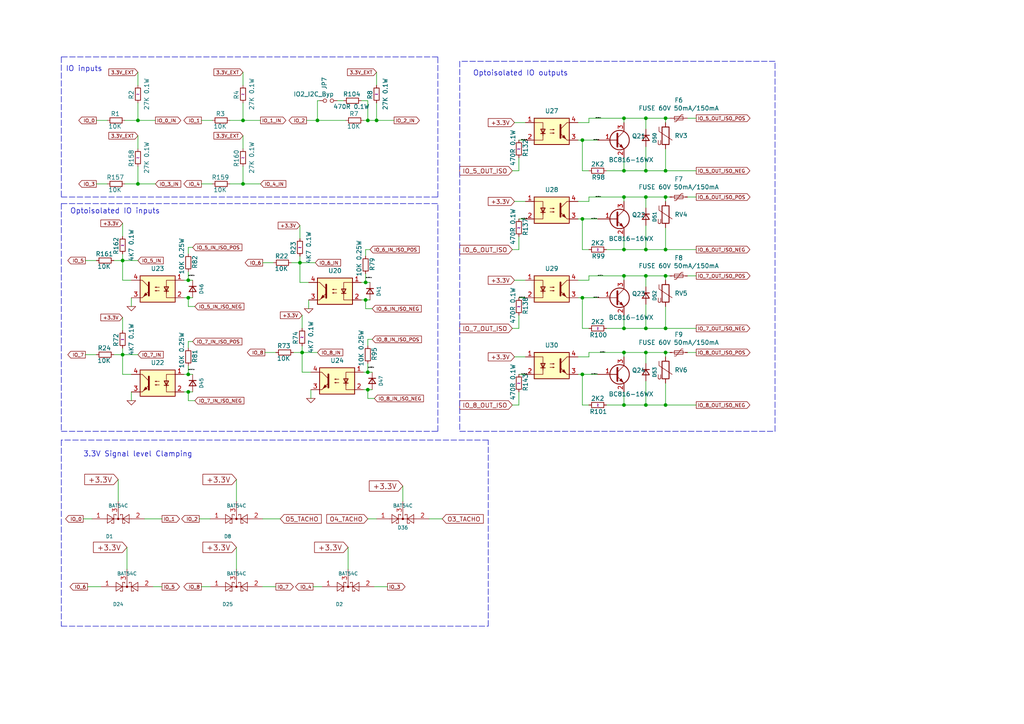
<source format=kicad_sch>
(kicad_sch (version 20211123) (generator eeschema)
  (paper "A4")
  (title_block (title "Duet 3 Main Board 6XD") (date "2023-02-22") (rev "1.01") (company "Duet3d") (comment 1 "(c) Duet3D"))
  (lib_symbols
    (symbol "Device:D_Small" (pin_numbers hide) (pin_names (offset 0.254) hide)
      (property "Reference" "D" (at -1.27 2.032 0))
      (property "Value" "D_Small" (at -3.81 -2.032 0))
      (symbol "D_Small_1_1"
        (pin passive line (at -2.54 0 0) (length 1.778) (name "K") (number "1"))
        (pin passive line (at 2.54 0 180) (length 1.778) (name "A") (number "2"))
      )
    )
    (symbol "Device:Jumper_NO_Small" (pin_numbers hide) (pin_names (offset 0.762) hide)
      (property "Reference" "JP" (at 0 2.032 0))
      (property "Value" "Device_Jumper_NO_Small" (at 0.254 -1.524 0))
      (symbol "Jumper_NO_Small_0_1"
        (pin passive line (at -2.54 0 0) (length 1.016) (name "1") (number "1"))
        (pin passive line (at 2.54 0 180) (length 1.016) (name "2") (number "2"))
      )
    )
    (symbol "Device:Polyfuse_Small" (pin_numbers hide) (pin_names (offset 0))
      (property "Reference" "F" (at -1.905 0 90))
      (property "Value" "Polyfuse_Small" (at 1.905 0 90))
      (symbol "Polyfuse_Small_1_1"
        (pin passive line (at 0 2.54 270) (length 0.635) (name "~") (number "1"))
        (pin passive line (at 0 -2.54 90) (length 0.635) (name "~") (number "2"))
      )
    )
    (symbol "Device:R_Small" (pin_numbers hide) (pin_names (offset 0.254) hide)
      (property "Reference" "R" (at 0.762 0.508 0))
      (property "Value" "R_Small" (at 0.762 -1.016 0))
      (symbol "R_Small_1_1"
        (pin passive line (at 0 2.54 270) (length 0.762) (name "~") (number "1"))
        (pin passive line (at 0 -2.54 90) (length 0.762) (name "~") (number "2"))
      )
    )
    (symbol "Device:Varistor" (pin_numbers hide) (pin_names (offset 0))
      (property "Reference" "RV" (at 3.175 0 90))
      (property "Value" "Varistor" (at -3.175 0 90))
      (symbol "Varistor_0_0"
        (text "U" (at -1.778 -2.032 0) (effects (font (size 1.27 1.27))))
      )
      (symbol "Varistor_1_1"
        (pin passive line (at 0 3.81 270) (length 1.27) (name "~") (number "1"))
        (pin passive line (at 0 -3.81 90) (length 1.27) (name "~") (number "2"))
      )
    )
    (symbol "Diode:BAT54C" (pin_names (offset 1.016))
      (property "Reference" "D" (at 0.635 -3.81 0))
      (property "Value" "BAT54C" (at -6.35 3.175 0))
      (symbol "BAT54C_1_1"
        (pin passive line (at -7.62 0 0) (length 3.81) (name "~") (number "1"))
        (pin passive line (at 7.62 0 180) (length 3.81) (name "~") (number "2"))
        (pin passive line (at 0 -5.08 90) (length 5.08) (name "~") (number "3"))
      )
    )
    (symbol "Duet3:GND" (power) (pin_numbers hide) (pin_names (offset 0) hide)
      (symbol "GND_1_1"
        (pin power_in line (at 0 0 90) (length 0) hide (name "GND") (number "1"))
      )
    )
    (symbol "GND_1" (power) (pin_numbers hide) (pin_names (offset 0) hide)
      (symbol "GND_1_1_1"
        (pin power_in line (at 0 0 90) (length 0) hide (name "GND") (number "1"))
      )
    )
    (symbol "GND_2" (power) (pin_numbers hide) (pin_names (offset 0) hide)
      (symbol "GND_2_1_1"
        (pin power_in line (at 0 0 90) (length 0) hide (name "GND") (number "1"))
      )
    )
    (symbol "GND_3" (power) (pin_numbers hide) (pin_names (offset 0) hide)
      (symbol "GND_3_1_1"
        (pin power_in line (at 0 0 90) (length 0) hide (name "GND") (number "1"))
      )
    )
    (symbol "Isolator:SFH617A-1" (pin_names (offset 1.016))
      (property "Reference" "U" (at -5.08 5.08 0))
      (property "Value" "SFH617A-1" (at 0 5.08 0))
      (symbol "SFH617A-1_1_1"
        (pin passive line (at -7.62 2.54 0) (length 2.54) (name "~") (number "1"))
        (pin passive line (at -7.62 -2.54 0) (length 2.54) (name "~") (number "2"))
        (pin passive line (at 7.62 -2.54 180) (length 2.54) (name "~") (number "3"))
        (pin passive line (at 7.62 2.54 180) (length 2.54) (name "~") (number "4"))
      )
    )
    (symbol "Transistor_BJT:BC847" (pin_names (offset 0) hide)
      (property "Reference" "Q" (at 5.08 1.905 0))
      (property "Value" "BC847" (at 5.08 0 0))
      (symbol "BC847_1_1"
        (pin input line (at -5.08 0 0) (length 5.715) (name "B") (number "1"))
        (pin passive line (at 2.54 -5.08 90) (length 2.54) (name "E") (number "2"))
        (pin passive line (at 2.54 5.08 270) (length 2.54) (name "C") (number "3"))
      )
    )
  )
  (junction (at 168.91 108.585))
  (junction (at 106.68 107.95))
  (junction (at 168.91 63.5))
  (junction (at 40.005 53.34))
  (junction (at 180.975 117.475))
  (junction (at 86.995 76.2))
  (junction (at 187.325 49.53))
  (junction (at 54.61 108.585))
  (junction (at 193.04 49.53))
  (junction (at 193.04 34.29))
  (junction (at 193.04 72.39))
  (junction (at 180.975 80.01))
  (junction (at 106.045 86.995))
  (junction (at 40.005 34.925))
  (junction (at 180.975 95.25))
  (junction (at 187.325 72.39))
  (junction (at 187.325 102.235))
  (junction (at 187.325 57.15))
  (junction (at 193.04 80.01))
  (junction (at 92.075 34.925))
  (junction (at 54.61 81.28))
  (junction (at 106.68 113.03))
  (junction (at 180.975 34.29))
  (junction (at 193.04 57.15))
  (junction (at 109.22 34.925))
  (junction (at 54.61 113.665))
  (junction (at 87.63 102.235))
  (junction (at 180.975 49.53))
  (junction (at 35.56 75.565))
  (junction (at 187.325 34.29))
  (junction (at 168.91 40.64))
  (junction (at 180.975 57.15))
  (junction (at 187.325 80.01))
  (junction (at 180.975 102.235))
  (junction (at 106.045 81.915))
  (junction (at 193.04 102.235))
  (junction (at 193.04 117.475))
  (junction (at 168.91 86.36))
  (junction (at 106.68 34.925))
  (junction (at 35.56 102.87))
  (junction (at 187.325 117.475))
  (junction (at 70.485 34.925))
  (junction (at 180.975 72.39))
  (junction (at 193.04 95.25))
  (junction (at 54.61 86.36))
  (junction (at 187.325 95.25))
  (junction (at 70.485 53.34))
  (wire (pts (xy 194.31 57.15) (xy 193.04 57.15)))
  (wire (pts (xy 106.68 98.425) (xy 106.68 100.33)))
  (wire (pts (xy 187.325 95.25) (xy 193.04 95.25)))
  (wire (pts (xy 187.325 37.465) (xy 187.325 34.29)))
  (wire (pts (xy 175.895 117.475) (xy 180.975 117.475)))
  (wire (pts (xy 106.045 79.375) (xy 106.045 81.915)))
  (wire (pts (xy 180.975 117.475) (xy 180.975 113.665)))
  (wire (pts (xy 187.325 102.235) (xy 180.975 102.235)))
  (wire (pts (xy 89.535 89.535) (xy 89.535 86.995)))
  (wire (pts (xy 36.83 158.75) (xy 36.83 165.1)))
  (wire (pts (xy 112.395 170.18) (xy 108.585 170.18)))
  (wire (pts (xy 40.005 34.925) (xy 45.085 34.925)))
  (wire (pts (xy 86.995 76.2) (xy 86.995 81.915)))
  (wire (pts (xy 193.04 102.235) (xy 187.325 102.235)))
  (wire (pts (xy 180.975 57.15) (xy 170.815 57.15)))
  (wire (pts (xy 168.91 86.36) (xy 173.355 86.36)))
  (wire (pts (xy 106.68 107.95) (xy 107.95 107.95)))
  (wire (pts (xy 180.975 102.235) (xy 180.975 103.505)))
  (wire (pts (xy 24.765 102.87) (xy 27.94 102.87)))
  (wire (pts (xy 56.515 88.9) (xy 54.61 88.9)))
  (wire (pts (xy 168.91 108.585) (xy 168.91 117.475)))
  (wire (pts (xy 128.27 150.495) (xy 124.46 150.495)))
  (wire (pts (xy 26.67 150.495) (xy 24.13 150.495)))
  (polyline (pts (xy 127 57.15) (xy 127 16.51)))
  (wire (pts (xy 35.56 73.66) (xy 35.56 75.565)))
  (wire (pts (xy 180.975 80.01) (xy 180.975 81.28)))
  (wire (pts (xy 167.64 63.5) (xy 168.91 63.5)))
  (wire (pts (xy 170.815 103.505) (xy 167.64 103.505)))
  (wire (pts (xy 35.56 81.28) (xy 38.1 81.28)))
  (wire (pts (xy 54.61 88.9) (xy 54.61 86.36)))
  (wire (pts (xy 187.325 72.39) (xy 193.04 72.39)))
  (wire (pts (xy 149.225 35.56) (xy 152.4 35.56)))
  (wire (pts (xy 180.975 72.39) (xy 187.325 72.39)))
  (wire (pts (xy 92.075 34.925) (xy 100.33 34.925)))
  (wire (pts (xy 66.675 53.34) (xy 70.485 53.34)))
  (wire (pts (xy 149.225 81.28) (xy 152.4 81.28)))
  (polyline (pts (xy 127 125.095) (xy 127 59.055)))
  (wire (pts (xy 187.325 88.265) (xy 187.325 95.25)))
  (wire (pts (xy 104.775 81.915) (xy 106.045 81.915)))
  (wire (pts (xy 92.075 29.21) (xy 92.71 29.21)))
  (wire (pts (xy 180.975 49.53) (xy 180.975 45.72)))
  (wire (pts (xy 70.485 53.34) (xy 75.565 53.34)))
  (wire (pts (xy 148.59 49.53) (xy 150.495 49.53)))
  (wire (pts (xy 193.04 95.25) (xy 201.93 95.25)))
  (wire (pts (xy 180.975 34.29) (xy 170.815 34.29)))
  (wire (pts (xy 109.22 29.845) (xy 109.22 34.925)))
  (wire (pts (xy 187.325 117.475) (xy 193.04 117.475)))
  (wire (pts (xy 105.41 113.03) (xy 106.68 113.03)))
  (wire (pts (xy 90.17 115.57) (xy 90.17 113.03)))
  (wire (pts (xy 35.56 92.075) (xy 35.56 95.885)))
  (wire (pts (xy 40.005 48.26) (xy 40.005 53.34)))
  (wire (pts (xy 116.84 140.97) (xy 116.84 145.415)))
  (wire (pts (xy 80.01 170.18) (xy 76.2 170.18)))
  (wire (pts (xy 167.64 40.64) (xy 168.91 40.64)))
  (wire (pts (xy 87.63 100.33) (xy 87.63 102.235)))
  (polyline (pts (xy 17.78 125.095) (xy 127 125.095)))
  (wire (pts (xy 53.34 113.665) (xy 54.61 113.665)))
  (wire (pts (xy 76.835 102.235) (xy 80.01 102.235)))
  (wire (pts (xy 187.325 49.53) (xy 193.04 49.53)))
  (wire (pts (xy 54.61 71.755) (xy 55.88 71.755)))
  (wire (pts (xy 152.4 63.5) (xy 150.495 63.5)))
  (polyline (pts (xy 127 16.51) (xy 17.78 16.51)))
  (wire (pts (xy 56.515 116.205) (xy 54.61 116.205)))
  (wire (pts (xy 60.96 150.495) (xy 57.785 150.495)))
  (wire (pts (xy 40.005 20.955) (xy 40.005 24.765)))
  (wire (pts (xy 193.04 117.475) (xy 201.93 117.475)))
  (wire (pts (xy 54.61 106.045) (xy 54.61 108.585)))
  (wire (pts (xy 108.585 115.57) (xy 106.68 115.57)))
  (wire (pts (xy 41.91 150.495) (xy 46.99 150.495)))
  (wire (pts (xy 149.225 58.42) (xy 152.4 58.42)))
  (wire (pts (xy 180.975 117.475) (xy 187.325 117.475)))
  (wire (pts (xy 187.325 42.545) (xy 187.325 49.53)))
  (wire (pts (xy 70.485 39.37) (xy 70.485 43.18)))
  (wire (pts (xy 68.58 139.065) (xy 68.58 145.415)))
  (wire (pts (xy 106.68 29.21) (xy 106.68 34.925)))
  (wire (pts (xy 53.34 108.585) (xy 54.61 108.585)))
  (wire (pts (xy 35.56 108.585) (xy 38.1 108.585)))
  (wire (pts (xy 106.045 89.535) (xy 106.045 86.995)))
  (wire (pts (xy 106.68 34.925) (xy 109.22 34.925)))
  (wire (pts (xy 150.495 49.53) (xy 150.495 45.72)))
  (wire (pts (xy 54.61 71.755) (xy 54.61 73.66)))
  (wire (pts (xy 38.1 88.9) (xy 38.1 86.36)))
  (wire (pts (xy 54.61 78.74) (xy 54.61 81.28)))
  (wire (pts (xy 201.93 80.01) (xy 199.39 80.01)))
  (wire (pts (xy 100.965 158.75) (xy 100.965 165.1)))
  (wire (pts (xy 187.325 34.29) (xy 180.975 34.29)))
  (wire (pts (xy 70.485 29.845) (xy 70.485 34.925)))
  (wire (pts (xy 193.04 43.18) (xy 193.04 49.53)))
  (wire (pts (xy 36.195 53.34) (xy 40.005 53.34)))
  (wire (pts (xy 35.56 102.87) (xy 40.005 102.87)))
  (wire (pts (xy 187.325 105.41) (xy 187.325 102.235)))
  (wire (pts (xy 187.325 60.325) (xy 187.325 57.15)))
  (polyline (pts (xy 17.78 16.51) (xy 17.78 57.15)))
  (wire (pts (xy 27.94 53.34) (xy 31.115 53.34)))
  (polyline (pts (xy 17.78 59.055) (xy 127 59.055)))
  (polyline (pts (xy 224.79 125.095) (xy 224.79 17.78)))
  (wire (pts (xy 170.815 102.235) (xy 170.815 103.505)))
  (wire (pts (xy 170.815 58.42) (xy 167.64 58.42)))
  (wire (pts (xy 152.4 40.64) (xy 150.495 40.64)))
  (wire (pts (xy 35.56 100.965) (xy 35.56 102.87)))
  (wire (pts (xy 36.195 34.925) (xy 40.005 34.925)))
  (wire (pts (xy 168.91 40.64) (xy 173.355 40.64)))
  (polyline (pts (xy 224.79 17.78) (xy 133.35 17.78)))
  (wire (pts (xy 85.09 102.235) (xy 87.63 102.235)))
  (wire (pts (xy 104.775 86.995) (xy 106.045 86.995)))
  (polyline (pts (xy 17.78 57.15) (xy 127 57.15)))
  (wire (pts (xy 54.61 81.28) (xy 55.88 81.28)))
  (wire (pts (xy 76.2 76.2) (xy 79.375 76.2)))
  (wire (pts (xy 194.31 102.235) (xy 193.04 102.235)))
  (wire (pts (xy 106.045 86.995) (xy 107.315 86.995)))
  (wire (pts (xy 66.675 34.925) (xy 70.485 34.925)))
  (wire (pts (xy 170.815 57.15) (xy 170.815 58.42)))
  (wire (pts (xy 35.56 64.77) (xy 35.56 68.58)))
  (wire (pts (xy 54.61 113.665) (xy 55.88 113.665)))
  (wire (pts (xy 70.485 48.26) (xy 70.485 53.34)))
  (wire (pts (xy 201.93 34.29) (xy 199.39 34.29)))
  (wire (pts (xy 170.815 81.28) (xy 167.64 81.28)))
  (wire (pts (xy 68.58 158.75) (xy 68.58 165.1)))
  (polyline (pts (xy 17.78 59.055) (xy 17.78 125.095)))
  (wire (pts (xy 53.34 81.28) (xy 54.61 81.28)))
  (wire (pts (xy 106.045 72.39) (xy 107.315 72.39)))
  (wire (pts (xy 187.325 80.01) (xy 180.975 80.01)))
  (wire (pts (xy 35.56 102.87) (xy 35.56 108.585)))
  (wire (pts (xy 148.59 72.39) (xy 150.495 72.39)))
  (wire (pts (xy 86.995 76.2) (xy 91.44 76.2)))
  (wire (pts (xy 87.63 102.235) (xy 92.075 102.235)))
  (wire (pts (xy 193.04 72.39) (xy 201.93 72.39)))
  (wire (pts (xy 201.93 57.15) (xy 199.39 57.15)))
  (wire (pts (xy 193.04 34.29) (xy 187.325 34.29)))
  (wire (pts (xy 92.075 34.925) (xy 92.075 29.21)))
  (wire (pts (xy 106.045 81.915) (xy 107.315 81.915)))
  (wire (pts (xy 193.04 57.15) (xy 187.325 57.15)))
  (wire (pts (xy 40.005 29.845) (xy 40.005 34.925)))
  (wire (pts (xy 150.495 72.39) (xy 150.495 68.58)))
  (wire (pts (xy 170.815 80.01) (xy 170.815 81.28)))
  (wire (pts (xy 194.31 34.29) (xy 193.04 34.29)))
  (wire (pts (xy 99.695 29.21) (xy 97.79 29.21)))
  (wire (pts (xy 168.91 40.64) (xy 168.91 49.53)))
  (wire (pts (xy 150.495 95.25) (xy 150.495 91.44)))
  (wire (pts (xy 193.04 57.15) (xy 193.04 58.42)))
  (polyline (pts (xy 141.605 127.635) (xy 17.78 127.635)))
  (wire (pts (xy 70.485 34.925) (xy 75.565 34.925)))
  (wire (pts (xy 201.93 102.235) (xy 199.39 102.235)))
  (wire (pts (xy 86.995 81.915) (xy 89.535 81.915)))
  (wire (pts (xy 86.995 65.405) (xy 86.995 69.215)))
  (wire (pts (xy 193.04 66.04) (xy 193.04 72.39)))
  (wire (pts (xy 193.04 49.53) (xy 201.93 49.53)))
  (wire (pts (xy 58.42 34.925) (xy 61.595 34.925)))
  (polyline (pts (xy 141.605 181.61) (xy 141.605 127.635)))
  (wire (pts (xy 193.04 102.235) (xy 193.04 103.505)))
  (wire (pts (xy 180.975 95.25) (xy 187.325 95.25)))
  (wire (pts (xy 54.61 108.585) (xy 55.88 108.585)))
  (wire (pts (xy 104.775 29.21) (xy 106.68 29.21)))
  (wire (pts (xy 180.975 57.15) (xy 180.975 58.42)))
  (wire (pts (xy 33.02 102.87) (xy 35.56 102.87)))
  (wire (pts (xy 105.41 34.925) (xy 106.68 34.925)))
  (wire (pts (xy 180.975 72.39) (xy 180.975 68.58)))
  (wire (pts (xy 180.975 95.25) (xy 180.975 91.44)))
  (wire (pts (xy 175.895 49.53) (xy 180.975 49.53)))
  (wire (pts (xy 167.64 86.36) (xy 168.91 86.36)))
  (wire (pts (xy 105.41 107.95) (xy 106.68 107.95)))
  (wire (pts (xy 87.63 107.95) (xy 90.17 107.95)))
  (wire (pts (xy 150.495 117.475) (xy 150.495 113.665)))
  (wire (pts (xy 168.91 72.39) (xy 170.815 72.39)))
  (wire (pts (xy 46.99 170.18) (xy 44.45 170.18)))
  (wire (pts (xy 58.42 53.34) (xy 61.595 53.34)))
  (wire (pts (xy 54.61 86.36) (xy 55.88 86.36)))
  (wire (pts (xy 54.61 116.205) (xy 54.61 113.665)))
  (wire (pts (xy 187.325 83.185) (xy 187.325 80.01)))
  (wire (pts (xy 168.91 108.585) (xy 173.355 108.585)))
  (wire (pts (xy 54.61 99.06) (xy 54.61 100.965)))
  (wire (pts (xy 35.56 75.565) (xy 35.56 81.28)))
  (wire (pts (xy 106.68 113.03) (xy 107.95 113.03)))
  (wire (pts (xy 180.975 34.29) (xy 180.975 35.56)))
  (wire (pts (xy 180.975 80.01) (xy 170.815 80.01)))
  (wire (pts (xy 170.815 34.29) (xy 170.815 35.56)))
  (wire (pts (xy 193.04 80.01) (xy 193.04 81.28)))
  (wire (pts (xy 25.4 170.18) (xy 29.21 170.18)))
  (wire (pts (xy 168.91 49.53) (xy 170.815 49.53)))
  (wire (pts (xy 107.95 89.535) (xy 106.045 89.535)))
  (wire (pts (xy 40.005 39.37) (xy 40.005 43.18)))
  (wire (pts (xy 152.4 108.585) (xy 150.495 108.585)))
  (wire (pts (xy 27.94 34.925) (xy 31.115 34.925)))
  (wire (pts (xy 149.225 103.505) (xy 152.4 103.505)))
  (wire (pts (xy 35.56 75.565) (xy 40.005 75.565)))
  (wire (pts (xy 187.325 110.49) (xy 187.325 117.475)))
  (wire (pts (xy 175.895 72.39) (xy 180.975 72.39)))
  (wire (pts (xy 170.815 35.56) (xy 167.64 35.56)))
  (wire (pts (xy 60.96 170.18) (xy 58.42 170.18)))
  (wire (pts (xy 168.91 86.36) (xy 168.91 95.25)))
  (wire (pts (xy 168.91 117.475) (xy 170.815 117.475)))
  (wire (pts (xy 87.63 102.235) (xy 87.63 107.95)))
  (wire (pts (xy 168.91 63.5) (xy 173.355 63.5)))
  (wire (pts (xy 88.9 34.925) (xy 92.075 34.925)))
  (wire (pts (xy 24.765 75.565) (xy 27.94 75.565)))
  (wire (pts (xy 53.34 86.36) (xy 54.61 86.36)))
  (wire (pts (xy 168.91 63.5) (xy 168.91 72.39)))
  (wire (pts (xy 180.975 49.53) (xy 187.325 49.53)))
  (wire (pts (xy 193.04 34.29) (xy 193.04 35.56)))
  (wire (pts (xy 187.325 57.15) (xy 180.975 57.15)))
  (polyline (pts (xy 17.78 181.61) (xy 141.605 181.61)))
  (wire (pts (xy 33.02 75.565) (xy 35.56 75.565)))
  (wire (pts (xy 106.045 72.39) (xy 106.045 74.295)))
  (wire (pts (xy 109.22 150.495) (xy 106.68 150.495)))
  (polyline (pts (xy 133.35 17.78) (xy 133.35 125.095)))
  (wire (pts (xy 84.455 76.2) (xy 86.995 76.2)))
  (wire (pts (xy 34.29 139.065) (xy 34.29 145.415)))
  (wire (pts (xy 180.975 102.235) (xy 170.815 102.235)))
  (wire (pts (xy 109.22 34.925) (xy 114.3 34.925)))
  (polyline (pts (xy 17.78 127.635) (xy 17.78 181.61)))
  (wire (pts (xy 194.31 80.01) (xy 193.04 80.01)))
  (wire (pts (xy 148.59 117.475) (xy 150.495 117.475)))
  (wire (pts (xy 40.005 53.34) (xy 45.085 53.34)))
  (wire (pts (xy 86.995 74.295) (xy 86.995 76.2)))
  (wire (pts (xy 168.91 95.25) (xy 170.815 95.25)))
  (wire (pts (xy 152.4 86.36) (xy 150.495 86.36)))
  (wire (pts (xy 109.22 20.955) (xy 109.22 24.765)))
  (wire (pts (xy 93.345 170.18) (xy 90.805 170.18)))
  (wire (pts (xy 175.895 95.25) (xy 180.975 95.25)))
  (wire (pts (xy 106.68 105.41) (xy 106.68 107.95)))
  (wire (pts (xy 148.59 95.25) (xy 150.495 95.25)))
  (polyline (pts (xy 133.35 125.095) (xy 224.79 125.095)))
  (wire (pts (xy 81.28 150.495) (xy 76.2 150.495)))
  (wire (pts (xy 70.485 20.955) (xy 70.485 24.765)))
  (wire (pts (xy 54.61 99.06) (xy 55.88 99.06)))
  (wire (pts (xy 87.63 91.44) (xy 87.63 95.25)))
  (wire (pts (xy 193.04 111.125) (xy 193.04 117.475)))
  (wire (pts (xy 193.04 80.01) (xy 187.325 80.01)))
  (wire (pts (xy 106.68 115.57) (xy 106.68 113.03)))
  (wire (pts (xy 167.64 108.585) (xy 168.91 108.585)))
  (wire (pts (xy 187.325 65.405) (xy 187.325 72.39)))
  (wire (pts (xy 38.1 116.205) (xy 38.1 113.665)))
  (wire (pts (xy 106.68 98.425) (xy 107.95 98.425)))
  (wire (pts (xy 193.04 88.9) (xy 193.04 95.25)))
  (text "Optoisolated IO outputs" (at 137.16 22.225 0) (effects (font (size 1.524 1.524)) (justify left bottom)))
  (text "3.3V Signal level Clamping" (at 24.13 132.715 0) (effects (font (size 1.524 1.524)) (justify left bottom)))
  (text "Optoisolated IO inputs " (at 20.32 62.23 0) (effects (font (size 1.524 1.524)) (justify left bottom)))
  (text "IO inputs " (at 19.05 20.955 0) (effects (font (size 1.524 1.524)) (justify left bottom)))
  (label "opt_io6_pin" (at 151.13 63.5 0) (effects (font (size 0.2032 0.2032))))
  (label "opt_io7_pin" (at 150.495 86.36 0) (effects (font (size 0.2032 0.2032))))
  (label "opt_io7_i_p" (at 54.61 107.315 0) (effects (font (size 0.2032 0.2032))))
  (label "opt_io8_pin" (at 151.13 108.585 0) (effects (font (size 0.2032 0.2032))))
  (label "opt_io8_o" (at 173.99 102.235 0) (effects (font (size 0.2032 0.2032))))
  (label "opt_io6_oc" (at 171.45 63.5 0) (effects (font (size 0.2032 0.2032))))
  (label "opt_io7_o" (at 173.355 80.01 0) (effects (font (size 0.2032 0.2032))))
  (label "opt_io5_i_p" (at 54.61 80.01 0) (effects (font (size 0.2032 0.2032))))
  (label "opt_io8_i_p" (at 106.68 106.68 0) (effects (font (size 0.2032 0.2032))))
  (label "opt_io5_oc" (at 172.085 40.64 0) (effects (font (size 0.2032 0.2032))))
  (label "opt_io5_o" (at 172.72 34.29 0) (effects (font (size 0.2032 0.2032))))
  (label "opt_io6_i_p" (at 106.045 80.645 0) (effects (font (size 0.2032 0.2032))))
  (label "opt_io8_o_c" (at 171.45 108.585 0) (effects (font (size 0.2032 0.2032))))
  (label "opt_io6_o" (at 172.72 57.15 0) (effects (font (size 0.2032 0.2032))))
  (label "opt_io7_oc" (at 172.085 86.36 0) (effects (font (size 0.2032 0.2032))))
  (label "opt_io5_pin" (at 151.13 40.64 0) (effects (font (size 0.2032 0.2032))))
  (global_label "IO_6_OUT_ISO" (shape input) (at 148.59 72.39 180) (property "Intersheet References" "${INTERSHEET_REFS}" (effects hide)))
  (global_label "+3.3V" (shape input) (at 34.29 139.065 180) (effects (font (size 1.524 1.524))) (property "Intersheet References" "${INTERSHEET_REFS}" (effects hide)))
  (global_label "3.3V_EXT" (shape input) (at 40.005 39.37 180) (effects (font (size 0.9906 0.9906))) (property "Intersheet References" "${INTERSHEET_REFS}" (effects hide)))
  (global_label "IO_1" (shape output) (at 46.99 150.495 0) (effects (font (size 0.9906 0.9906))) (property "Intersheet References" "${INTERSHEET_REFS}" (effects hide)))
  (global_label "IO_6" (shape output) (at 25.4 170.18 180) (effects (font (size 0.9906 0.9906))) (property "Intersheet References" "${INTERSHEET_REFS}" (effects hide)))
  (global_label "IO_7_IN_ISO_NEG" (shape input) (at 56.515 116.205 0) (effects (font (size 0.9906 0.9906))) (property "Intersheet References" "${INTERSHEET_REFS}" (effects hide)))
  (global_label "IO_0" (shape output) (at 27.94 34.925 180) (effects (font (size 0.9906 0.9906))) (property "Intersheet References" "${INTERSHEET_REFS}" (effects hide)))
  (global_label "+3.3V" (shape input) (at 149.225 103.505 180) (effects (font (size 1.1938 1.1938))) (property "Intersheet References" "${INTERSHEET_REFS}" (effects hide)))
  (global_label "+3.3V" (shape input) (at 36.83 158.75 180) (effects (font (size 1.524 1.524))) (property "Intersheet References" "${INTERSHEET_REFS}" (effects hide)))
  (global_label "IO_6_IN_ISO_NEG" (shape input) (at 107.95 89.535 0) (effects (font (size 0.9906 0.9906))) (property "Intersheet References" "${INTERSHEET_REFS}" (effects hide)))
  (global_label "IO_7_OUT_ISO" (shape input) (at 148.59 95.25 180) (property "Intersheet References" "${INTERSHEET_REFS}" (effects hide)))
  (global_label "IO_5_IN" (shape input) (at 40.005 75.565 0) (effects (font (size 0.9906 0.9906))) (property "Intersheet References" "${INTERSHEET_REFS}" (effects hide)))
  (global_label "+3.3V" (shape input) (at 100.965 158.75 180) (effects (font (size 1.524 1.524))) (property "Intersheet References" "${INTERSHEET_REFS}" (effects hide)))
  (global_label "IO_6" (shape output) (at 76.2 76.2 180) (effects (font (size 0.9906 0.9906))) (property "Intersheet References" "${INTERSHEET_REFS}" (effects hide)))
  (global_label "IO_8" (shape output) (at 76.835 102.235 180) (effects (font (size 0.9906 0.9906))) (property "Intersheet References" "${INTERSHEET_REFS}" (effects hide)))
  (global_label "3.3V_EXT" (shape input) (at 70.485 39.37 180) (effects (font (size 0.9906 0.9906))) (property "Intersheet References" "${INTERSHEET_REFS}" (effects hide)))
  (global_label "O3_TACHO" (shape input) (at 128.27 150.495 0) (property "Intersheet References" "${INTERSHEET_REFS}" (effects hide)))
  (global_label "IO_5_IN_ISO_NEG" (shape input) (at 56.515 88.9 0) (effects (font (size 0.9906 0.9906))) (property "Intersheet References" "${INTERSHEET_REFS}" (effects hide)))
  (global_label "IO_0_IN" (shape output) (at 45.085 34.925 0) (effects (font (size 0.9906 0.9906))) (property "Intersheet References" "${INTERSHEET_REFS}" (effects hide)))
  (global_label "IO_8_OUT_ISO" (shape input) (at 148.59 117.475 180) (property "Intersheet References" "${INTERSHEET_REFS}" (effects hide)))
  (global_label "+3.3V" (shape input) (at 86.995 65.405 180) (effects (font (size 0.9906 0.9906))) (property "Intersheet References" "${INTERSHEET_REFS}" (effects hide)))
  (global_label "IO_8_IN_ISO_NEG" (shape input) (at 108.585 115.57 0) (effects (font (size 0.9906 0.9906))) (property "Intersheet References" "${INTERSHEET_REFS}" (effects hide)))
  (global_label "IO_2" (shape output) (at 88.9 34.925 180) (effects (font (size 0.9906 0.9906))) (property "Intersheet References" "${INTERSHEET_REFS}" (effects hide)))
  (global_label "IO_6_IN_ISO_POS" (shape input) (at 107.315 72.39 0) (effects (font (size 0.9906 0.9906))) (property "Intersheet References" "${INTERSHEET_REFS}" (effects hide)))
  (global_label "IO_1_IN" (shape output) (at 75.565 34.925 0) (effects (font (size 0.9906 0.9906))) (property "Intersheet References" "${INTERSHEET_REFS}" (effects hide)))
  (global_label "IO_7" (shape output) (at 24.765 102.87 180) (effects (font (size 0.9906 0.9906))) (property "Intersheet References" "${INTERSHEET_REFS}" (effects hide)))
  (global_label "+3.3V" (shape input) (at 68.58 139.065 180) (effects (font (size 1.524 1.524))) (property "Intersheet References" "${INTERSHEET_REFS}" (effects hide)))
  (global_label "IO_8" (shape output) (at 58.42 170.18 180) (effects (font (size 0.9906 0.9906))) (property "Intersheet References" "${INTERSHEET_REFS}" (effects hide)))
  (global_label "+3.3V" (shape input) (at 149.225 35.56 180) (effects (font (size 1.1938 1.1938))) (property "Intersheet References" "${INTERSHEET_REFS}" (effects hide)))
  (global_label "IO_5_IN_ISO_POS" (shape input) (at 55.88 71.755 0) (effects (font (size 0.9906 0.9906))) (property "Intersheet References" "${INTERSHEET_REFS}" (effects hide)))
  (global_label "IO_7_OUT_ISO_NEG" (shape output) (at 201.93 95.25 0) (effects (font (size 0.9906 0.9906))) (property "Intersheet References" "${INTERSHEET_REFS}" (effects hide)))
  (global_label "IO_5_OUT_ISO_POS" (shape output) (at 201.93 34.29 0) (effects (font (size 0.9906 0.9906))) (property "Intersheet References" "${INTERSHEET_REFS}" (effects hide)))
  (global_label "IO_6_OUT_ISO_NEG" (shape output) (at 201.93 72.39 0) (effects (font (size 0.9906 0.9906))) (property "Intersheet References" "${INTERSHEET_REFS}" (effects hide)))
  (global_label "+3.3V" (shape input) (at 149.225 81.28 180) (effects (font (size 1.1938 1.1938))) (property "Intersheet References" "${INTERSHEET_REFS}" (effects hide)))
  (global_label "IO_8_IN" (shape input) (at 92.075 102.235 0) (effects (font (size 0.9906 0.9906))) (property "Intersheet References" "${INTERSHEET_REFS}" (effects hide)))
  (global_label "IO_3" (shape output) (at 27.94 53.34 180) (effects (font (size 0.9906 0.9906))) (property "Intersheet References" "${INTERSHEET_REFS}" (effects hide)))
  (global_label "+3.3V" (shape input) (at 35.56 64.77 180) (effects (font (size 0.9906 0.9906))) (property "Intersheet References" "${INTERSHEET_REFS}" (effects hide)))
  (global_label "IO_5" (shape output) (at 46.99 170.18 0) (effects (font (size 0.9906 0.9906))) (property "Intersheet References" "${INTERSHEET_REFS}" (effects hide)))
  (global_label "IO_3" (shape output) (at 112.395 170.18 0) (effects (font (size 0.9906 0.9906))) (property "Intersheet References" "${INTERSHEET_REFS}" (effects hide)))
  (global_label "IO_1" (shape output) (at 58.42 34.925 180) (effects (font (size 0.9906 0.9906))) (property "Intersheet References" "${INTERSHEET_REFS}" (effects hide)))
  (global_label "IO_4" (shape output) (at 90.805 170.18 180) (effects (font (size 0.9906 0.9906))) (property "Intersheet References" "${INTERSHEET_REFS}" (effects hide)))
  (global_label "O4_TACHO" (shape input) (at 106.68 150.495 180) (property "Intersheet References" "${INTERSHEET_REFS}" (effects hide)))
  (global_label "IO_7_IN" (shape input) (at 40.005 102.87 0) (effects (font (size 0.9906 0.9906))) (property "Intersheet References" "${INTERSHEET_REFS}" (effects hide)))
  (global_label "IO_3_IN" (shape input) (at 45.085 53.34 0) (effects (font (size 0.9906 0.9906))) (property "Intersheet References" "${INTERSHEET_REFS}" (effects hide)))
  (global_label "IO_6_OUT_ISO_POS" (shape output) (at 201.93 57.15 0) (effects (font (size 0.9906 0.9906))) (property "Intersheet References" "${INTERSHEET_REFS}" (effects hide)))
  (global_label "IO_7_IN_ISO_POS" (shape input) (at 55.88 99.06 0) (effects (font (size 0.9906 0.9906))) (property "Intersheet References" "${INTERSHEET_REFS}" (effects hide)))
  (global_label "IO_7" (shape output) (at 80.01 170.18 0) (effects (font (size 0.9906 0.9906))) (property "Intersheet References" "${INTERSHEET_REFS}" (effects hide)))
  (global_label "IO_0" (shape output) (at 24.13 150.495 180) (effects (font (size 0.9906 0.9906))) (property "Intersheet References" "${INTERSHEET_REFS}" (effects hide)))
  (global_label "O5_TACHO" (shape input) (at 81.28 150.495 0) (property "Intersheet References" "${INTERSHEET_REFS}" (effects hide)))
  (global_label "IO_5_OUT_ISO_NEG" (shape output) (at 201.93 49.53 0) (effects (font (size 0.9906 0.9906))) (property "Intersheet References" "${INTERSHEET_REFS}" (effects hide)))
  (global_label "IO_2_IN" (shape output) (at 114.3 34.925 0) (effects (font (size 0.9906 0.9906))) (property "Intersheet References" "${INTERSHEET_REFS}" (effects hide)))
  (global_label "IO_5" (shape output) (at 24.765 75.565 180) (effects (font (size 0.9906 0.9906))) (property "Intersheet References" "${INTERSHEET_REFS}" (effects hide)))
  (global_label "IO_4_IN" (shape input) (at 75.565 53.34 0) (effects (font (size 0.9906 0.9906))) (property "Intersheet References" "${INTERSHEET_REFS}" (effects hide)))
  (global_label "IO_2" (shape output) (at 57.785 150.495 180) (effects (font (size 0.9906 0.9906))) (property "Intersheet References" "${INTERSHEET_REFS}" (effects hide)))
  (global_label "IO_6_IN" (shape input) (at 91.44 76.2 0) (effects (font (size 0.9906 0.9906))) (property "Intersheet References" "${INTERSHEET_REFS}" (effects hide)))
  (global_label "IO_5_OUT_ISO" (shape input) (at 148.59 49.53 180) (property "Intersheet References" "${INTERSHEET_REFS}" (effects hide)))
  (global_label "+3.3V" (shape input) (at 149.225 58.42 180) (effects (font (size 1.1938 1.1938))) (property "Intersheet References" "${INTERSHEET_REFS}" (effects hide)))
  (global_label "IO_7_OUT_ISO_POS" (shape output) (at 201.93 80.01 0) (effects (font (size 0.9906 0.9906))) (property "Intersheet References" "${INTERSHEET_REFS}" (effects hide)))
  (global_label "3.3V_EXT" (shape input) (at 70.485 20.955 180) (effects (font (size 0.9906 0.9906))) (property "Intersheet References" "${INTERSHEET_REFS}" (effects hide)))
  (global_label "IO_8_OUT_ISO_POS" (shape output) (at 201.93 102.235 0) (effects (font (size 0.9906 0.9906))) (property "Intersheet References" "${INTERSHEET_REFS}" (effects hide)))
  (global_label "IO_8_OUT_ISO_NEG" (shape output) (at 201.93 117.475 0) (effects (font (size 0.9906 0.9906))) (property "Intersheet References" "${INTERSHEET_REFS}" (effects hide)))
  (global_label "+3.3V" (shape input) (at 35.56 92.075 180) (effects (font (size 0.9906 0.9906))) (property "Intersheet References" "${INTERSHEET_REFS}" (effects hide)))
  (global_label "+3.3V" (shape input) (at 87.63 91.44 180) (effects (font (size 0.9906 0.9906))) (property "Intersheet References" "${INTERSHEET_REFS}" (effects hide)))
  (global_label "IO_8_IN_ISO_POS" (shape input) (at 107.95 98.425 0) (effects (font (size 0.9906 0.9906))) (property "Intersheet References" "${INTERSHEET_REFS}" (effects hide)))
  (global_label "IO_4" (shape output) (at 58.42 53.34 180) (effects (font (size 0.9906 0.9906))) (property "Intersheet References" "${INTERSHEET_REFS}" (effects hide)))
  (global_label "3.3V_EXT" (shape input) (at 109.22 20.955 180) (effects (font (size 0.9906 0.9906))) (property "Intersheet References" "${INTERSHEET_REFS}" (effects hide)))
  (global_label "+3.3V" (shape input) (at 116.84 140.97 180) (effects (font (size 1.524 1.524))) (property "Intersheet References" "${INTERSHEET_REFS}" (effects hide)))
  (global_label "+3.3V" (shape input) (at 68.58 158.75 180) (effects (font (size 1.524 1.524))) (property "Intersheet References" "${INTERSHEET_REFS}" (effects hide)))
  (global_label "3.3V_EXT" (shape input) (at 40.005 20.955 180) (effects (font (size 0.9906 0.9906))) (property "Intersheet References" "${INTERSHEET_REFS}" (effects hide)))
  (symbol (lib_id "Device:R_Small") (at 33.655 34.925 90) (unit 1)
    (property "Reference" "R1" (at 33.4518 33.02 90))
    (property "Value" "10K" (at 33.3502 36.6522 90))
    (property "Footprint" "Resistor_SMD:R_0402_1005Metric_Wbry" (effects hide))
    (property "Part Number" "RMCS0402FT10K0" (effects hide))
  )
  (symbol (lib_id "Device:R_Small") (at 40.005 27.305 180) (unit 1)
    (property "Reference" "R2" (at 38.1 27.5082 90))
    (property "Value" "27K 0.1W" (at 42.545 27.305 90))
    (property "Footprint" "Resistor_SMD:R_0402_1005Metric_Wbry" (effects hide))
    (property "Datasheet" "~" (at 40.005 27.305 0) (effects (font (size 1.524 1.524))))
    (property "Part Number" "RK73H1ETTP2702F" (effects hide))
  )
  (symbol (lib_id "Diode:BAT54C") (at 34.29 150.495 0) (mirror x) (unit 1)
    (property "Reference" "D1" (at 31.75 155.575 0) (effects (font (size 1.016 1.016))))
    (property "Value" "BAT54C" (at 34.29 146.685 0) (effects (font (size 1.016 1.016))))
    (property "Footprint" "Package_TO_SOT_SMD:SOT-23" (effects hide))
    (property "Part Number" "BAT54CLT1G" (effects hide))
  )
  (symbol (lib_id "Device:R_Small") (at 64.135 34.925 90) (unit 1)
    (property "Reference" "R3" (at 63.9318 33.02 90))
    (property "Value" "10K" (at 63.8302 36.6522 90))
    (property "Footprint" "Resistor_SMD:R_0402_1005Metric_Wbry" (effects hide))
    (property "Part Number" "RMCS0402FT10K0" (effects hide))
  )
  (symbol (lib_id "Device:R_Small") (at 70.485 27.305 180) (unit 1)
    (property "Reference" "R4" (at 68.58 27.5082 90))
    (property "Value" "27K 0.1W" (at 73.025 27.305 90))
    (property "Footprint" "Resistor_SMD:R_0402_1005Metric_Wbry" (effects hide))
    (property "Datasheet" "~" (at 70.485 27.305 0) (effects (font (size 1.524 1.524))))
    (property "Part Number" "RK73H1ETTP2702F" (effects hide))
  )
  (symbol (lib_id "Device:R_Small") (at 102.87 34.925 90) (unit 1)
    (property "Reference" "R7" (at 102.6668 33.02 90))
    (property "Value" "10K" (at 102.5652 36.6522 90))
    (property "Footprint" "Resistor_SMD:R_0402_1005Metric_Wbry" (effects hide))
    (property "Part Number" "RMCS0402FT10K0" (effects hide))
  )
  (symbol (lib_id "Device:R_Small") (at 109.22 27.305 180) (unit 1)
    (property "Reference" "R8" (at 107.315 27.5082 90))
    (property "Value" "27K 0.1W" (at 111.76 27.305 90))
    (property "Footprint" "Resistor_SMD:R_0402_1005Metric_Wbry" (effects hide))
    (property "Datasheet" "~" (at 109.22 27.305 0) (effects (font (size 1.524 1.524))))
    (property "Part Number" "RK73H1ETTP2702F" (effects hide))
  )
  (symbol (lib_id "Diode:BAT54C") (at 100.965 170.18 0) (mirror x) (unit 1)
    (property "Reference" "D2" (at 98.425 175.26 0) (effects (font (size 1.016 1.016))))
    (property "Value" "BAT54C" (at 100.965 166.37 0) (effects (font (size 1.016 1.016))))
    (property "Footprint" "Package_TO_SOT_SMD:SOT-23" (effects hide))
    (property "Part Number" "BAT54CLT1G" (effects hide))
  )
  (symbol (lib_id "Diode:BAT54C") (at 68.58 150.495 0) (mirror x) (unit 1)
    (property "Reference" "D8" (at 66.04 155.575 0) (effects (font (size 1.016 1.016))))
    (property "Value" "BAT54C" (at 68.58 146.685 0) (effects (font (size 1.016 1.016))))
    (property "Footprint" "Package_TO_SOT_SMD:SOT-23" (effects hide))
    (property "Part Number" "BAT54CLT1G" (effects hide))
  )
  (symbol (lib_id "Device:R_Small") (at 33.655 53.34 90) (unit 1)
    (property "Reference" "R157" (at 33.4518 51.435 90))
    (property "Value" "10K" (at 33.3502 55.0672 90))
    (property "Footprint" "Resistor_SMD:R_0402_1005Metric_Wbry" (effects hide))
    (property "Part Number" "RMCS0402FT10K0" (effects hide))
  )
  (symbol (lib_id "Diode:BAT54C") (at 36.83 170.18 0) (mirror x) (unit 1)
    (property "Reference" "D24" (at 34.29 175.26 0) (effects (font (size 1.016 1.016))))
    (property "Value" "BAT54C" (at 36.83 166.37 0) (effects (font (size 1.016 1.016))))
    (property "Footprint" "Package_TO_SOT_SMD:SOT-23" (effects hide))
    (property "Part Number" "BAT54CLT1G" (effects hide))
  )
  (symbol (lib_id "Diode:BAT54C") (at 68.58 170.18 0) (mirror x) (unit 1)
    (property "Reference" "D25" (at 66.04 175.26 0) (effects (font (size 1.016 1.016))))
    (property "Value" "BAT54C" (at 68.58 166.37 0) (effects (font (size 1.016 1.016))))
    (property "Footprint" "Package_TO_SOT_SMD:SOT-23" (effects hide))
    (property "Part Number" "BAT54CLT1G" (effects hide))
  )
  (symbol (lib_id "Device:R_Small") (at 102.235 29.21 90) (unit 1)
    (property "Reference" "R104" (at 102.0318 27.305 90))
    (property "Value" "470R 0.1W" (at 101.9302 30.9372 90))
    (property "Footprint" "Resistor_SMD:R_0402_1005Metric_Wbry" (effects hide))
    (property "Part Number" "RK73H1ETTP4700F" (effects hide))
  )
  (symbol (lib_id "Device:Jumper_NO_Small") (at 95.25 29.21 0) (unit 1)
    (property "Reference" "JP7" (at 94.0816 25.9842 90) (effects (justify left)))
    (property "Value" "IO2_I2C_Byp" (at 85.09 27.305 0) (effects (justify left)))
    (property "Footprint" "Connector_PinHeader_2.54mm:PinHeader_1x02_P2.54mm_Vertical" (effects hide))
    (property "Part Number" "THS-02-R" (effects hide))
  )
  (symbol (lib_id "Device:R_Small") (at 150.495 111.125 0) (unit 1)
    (property "Reference" "R143" (at 152.4 110.9218 90))
    (property "Value" "470R 0.1W" (at 148.7678 110.8202 90))
    (property "Footprint" "Resistor_SMD:R_0402_1005Metric_Wbry" (effects hide))
    (property "Datasheet" "~" (at 150.495 111.125 0) (effects (font (size 1.524 1.524))))
    (property "Part Number" "RK73H1ETTP4700F" (effects hide))
  )
  (symbol (lib_id "Device:R_Small") (at 150.495 43.18 0) (unit 1)
    (property "Reference" "R132" (at 152.4 42.9768 90))
    (property "Value" "470R 0.1W" (at 148.7678 42.8752 90))
    (property "Footprint" "Resistor_SMD:R_0402_1005Metric_Wbry" (effects hide))
    (property "Datasheet" "~" (at 150.495 43.18 0) (effects (font (size 1.524 1.524))))
    (property "Part Number" "RK73H1ETTP4700F" (effects hide))
  )
  (symbol (lib_id "Device:R_Small") (at 150.495 66.04 0) (unit 1)
    (property "Reference" "R137" (at 152.4 65.8368 90))
    (property "Value" "470R 0.1W" (at 148.7678 65.7352 90))
    (property "Footprint" "Resistor_SMD:R_0402_1005Metric_Wbry" (effects hide))
    (property "Datasheet" "~" (at 150.495 66.04 0) (effects (font (size 1.524 1.524))))
    (property "Part Number" "RK73H1ETTP4700F" (effects hide))
  )
  (symbol (lib_id "Device:R_Small") (at 150.495 88.9 0) (unit 1)
    (property "Reference" "R138" (at 152.4 88.6968 90))
    (property "Value" "470R 0.1W" (at 148.7678 88.5952 90))
    (property "Footprint" "Resistor_SMD:R_0402_1005Metric_Wbry" (effects hide))
    (property "Datasheet" "~" (at 150.495 88.9 0) (effects (font (size 1.524 1.524))))
    (property "Part Number" "RK73H1ETTP4700F" (effects hide))
  )
  (symbol (lib_id "Device:R_Small") (at 30.48 75.565 90) (unit 1)
    (property "Reference" "R161" (at 30.2768 73.66 90))
    (property "Value" "10K" (at 30.1752 77.2922 90))
    (property "Footprint" "Resistor_SMD:R_0402_1005Metric_Wbry" (effects hide))
    (property "Part Number" "RMCS0402FT10K0" (effects hide))
  )
  (symbol (lib_id "Device:R_Small") (at 35.56 71.12 180) (unit 1)
    (property "Reference" "R162" (at 33.655 71.3232 90))
    (property "Value" "4K7 0.1W" (at 38.1 71.12 90))
    (property "Footprint" "Resistor_SMD:R_0402_1005Metric_Wbry" (effects hide))
    (property "Datasheet" "~" (at 35.56 71.12 0) (effects (font (size 1.524 1.524))))
    (property "Part Number" "RK73H1ETTP4701F" (effects hide))
  )
  (symbol (lib_id "Isolator:SFH617A-1") (at 45.72 83.82 0) (mirror y) (unit 1)
    (property "Reference" "U23" (at 45.72 77.9018 0))
    (property "Value" "Optoisolator" (effects hide))
    (property "Footprint" "complib:SOP-4-7x3.6" (effects hide))
    (property "Part Number" "140356145100" (effects hide))
  )
  (symbol (lib_name "GND_1") (lib_id "Duet3:GND") (at 38.1 88.9 0) (unit 1)
    (property "Reference" "#PWR067" (effects hide))
    (property "Value" "GND" (effects hide))
  )
  (symbol (lib_id "Device:D_Small") (at 55.88 83.82 270) (unit 1)
    (property "Reference" "D46" (at 58.42 83.82 0) (effects (font (size 1.016 1.016))))
    (property "Value" "1N4448WT" (effects hide))
    (property "Footprint" "complib:SOD-523F" (effects hide))
    (property "Part Number" "1N4448WT" (effects hide))
  )
  (symbol (lib_id "Device:R_Small") (at 54.61 76.2 0) (unit 1)
    (property "Reference" "R82" (at 56.515 75.9968 90))
    (property "Value" "10K 0.25W" (at 52.705 74.295 90))
    (property "Footprint" "Resistor_SMD:R_0805_2012Metric" (effects hide))
    (property "Part Number" "RNCP0805FTD10K0" (effects hide))
  )
  (symbol (lib_id "Device:R_Small") (at 81.915 76.2 90) (unit 1)
    (property "Reference" "R22" (at 81.7118 74.295 90))
    (property "Value" "10K" (at 81.6102 77.9272 90))
    (property "Footprint" "Resistor_SMD:R_0402_1005Metric_Wbry" (effects hide))
    (property "Part Number" "RMCS0402FT10K0" (effects hide))
  )
  (symbol (lib_id "Device:R_Small") (at 86.995 71.755 180) (unit 1)
    (property "Reference" "R23" (at 85.09 71.9582 90))
    (property "Value" "4K7 0.1W" (at 89.535 71.755 90))
    (property "Footprint" "Resistor_SMD:R_0402_1005Metric_Wbry" (effects hide))
    (property "Datasheet" "~" (at 86.995 71.755 0) (effects (font (size 1.524 1.524))))
    (property "Part Number" "RK73H1ETTP4701F" (effects hide))
  )
  (symbol (lib_id "Isolator:SFH617A-1") (at 97.155 84.455 0) (mirror y) (unit 1)
    (property "Reference" "U20" (at 97.155 78.5368 0))
    (property "Value" "Optoisolator" (effects hide))
    (property "Footprint" "complib:SOP-4-7x3.6" (effects hide))
    (property "Part Number" "140356145100" (effects hide))
  )
  (symbol (lib_id "Duet3:GND") (at 89.535 89.535 0) (unit 1)
    (property "Reference" "#PWR044" (effects hide))
    (property "Value" "GND" (effects hide))
  )
  (symbol (lib_id "Device:D_Small") (at 107.315 84.455 270) (unit 1)
    (property "Reference" "D41" (at 109.855 84.455 0) (effects (font (size 1.016 1.016))))
    (property "Value" "1N4448WT" (effects hide))
    (property "Footprint" "complib:SOD-523F" (effects hide))
    (property "Part Number" "1N4448WT" (effects hide))
  )
  (symbol (lib_id "Device:R_Small") (at 106.045 76.835 0) (unit 1)
    (property "Reference" "R79" (at 107.95 76.6318 90))
    (property "Value" "10K 0.25W" (at 104.14 74.93 90))
    (property "Footprint" "Resistor_SMD:R_0805_2012Metric" (effects hide))
    (property "Part Number" "RNCP0805FTD10K0" (effects hide))
  )
  (symbol (lib_id "Device:R_Small") (at 30.48 102.87 90) (unit 1)
    (property "Reference" "R24" (at 30.2768 100.965 90))
    (property "Value" "10K" (at 30.1752 104.5972 90))
    (property "Footprint" "Resistor_SMD:R_0402_1005Metric_Wbry" (effects hide))
    (property "Part Number" "RMCS0402FT10K0" (effects hide))
  )
  (symbol (lib_id "Device:R_Small") (at 35.56 98.425 180) (unit 1)
    (property "Reference" "R72" (at 33.655 98.6282 90))
    (property "Value" "4K7 0.1W" (at 38.1 98.425 90))
    (property "Footprint" "Resistor_SMD:R_0402_1005Metric_Wbry" (effects hide))
    (property "Datasheet" "~" (at 35.56 98.425 0) (effects (font (size 1.524 1.524))))
    (property "Part Number" "RK73H1ETTP4701F" (effects hide))
  )
  (symbol (lib_id "Isolator:SFH617A-1") (at 45.72 111.125 0) (mirror y) (unit 1)
    (property "Reference" "U22" (at 45.72 105.2068 0))
    (property "Value" "Optoisolator" (effects hide))
    (property "Footprint" "complib:SOP-4-7x3.6" (effects hide))
    (property "Part Number" "140356145100" (effects hide))
  )
  (symbol (lib_name "GND_2") (lib_id "Duet3:GND") (at 38.1 116.205 0) (unit 1)
    (property "Reference" "#PWR053" (effects hide))
    (property "Value" "GND" (effects hide))
  )
  (symbol (lib_id "Device:D_Small") (at 55.88 111.125 270) (unit 1)
    (property "Reference" "D45" (at 58.42 111.125 0) (effects (font (size 1.016 1.016))))
    (property "Value" "1N4448WT" (effects hide))
    (property "Footprint" "complib:SOD-523F" (effects hide))
    (property "Part Number" "1N4448WT" (effects hide))
  )
  (symbol (lib_id "Device:R_Small") (at 54.61 103.505 0) (unit 1)
    (property "Reference" "R81" (at 56.515 103.3018 90))
    (property "Value" "10K 0.25W" (at 52.705 101.6 90))
    (property "Footprint" "Resistor_SMD:R_0805_2012Metric" (effects hide))
    (property "Part Number" "RNCP0805FTD10K0" (effects hide))
  )
  (symbol (lib_id "Device:R_Small") (at 82.55 102.235 90) (unit 1)
    (property "Reference" "R73" (at 82.3468 100.33 90))
    (property "Value" "10K" (at 82.2452 103.9622 90))
    (property "Footprint" "Resistor_SMD:R_0402_1005Metric_Wbry" (effects hide))
    (property "Part Number" "RMCS0402FT10K0" (effects hide))
  )
  (symbol (lib_id "Device:R_Small") (at 87.63 97.79 180) (unit 1)
    (property "Reference" "R74" (at 85.725 97.9932 90))
    (property "Value" "4K7 0.1W" (at 90.17 97.79 90))
    (property "Footprint" "Resistor_SMD:R_0402_1005Metric_Wbry" (effects hide))
    (property "Datasheet" "~" (at 87.63 97.79 0) (effects (font (size 1.524 1.524))))
    (property "Part Number" "RK73H1ETTP4701F" (effects hide))
  )
  (symbol (lib_id "Isolator:SFH617A-1") (at 97.79 110.49 0) (mirror y) (unit 1)
    (property "Reference" "U24" (at 97.79 104.5718 0))
    (property "Value" "Optoisolator" (effects hide))
    (property "Footprint" "complib:SOP-4-7x3.6" (effects hide))
    (property "Part Number" "140356145100" (effects hide))
  )
  (symbol (lib_name "GND_3") (lib_id "Duet3:GND") (at 90.17 115.57 0) (unit 1)
    (property "Reference" "#PWR068" (effects hide))
    (property "Value" "GND" (effects hide))
  )
  (symbol (lib_id "Device:D_Small") (at 107.95 110.49 270) (unit 1)
    (property "Reference" "D47" (at 110.49 110.49 0) (effects (font (size 1.016 1.016))))
    (property "Value" "1N4448WT" (effects hide))
    (property "Footprint" "complib:SOD-523F" (effects hide))
    (property "Part Number" "1N4448WT" (effects hide))
  )
  (symbol (lib_id "Device:R_Small") (at 106.68 102.87 0) (unit 1)
    (property "Reference" "R95" (at 108.585 102.6668 90))
    (property "Value" "10K 0.25W" (at 104.775 100.965 90))
    (property "Footprint" "Resistor_SMD:R_0805_2012Metric" (effects hide))
    (property "Part Number" "RNCP0805FTD10K0" (effects hide))
  )
  (symbol (lib_id "Isolator:SFH617A-1") (at 160.02 38.1 0) (unit 1)
    (property "Reference" "U27" (at 160.02 32.1818 0))
    (property "Value" "Optoisolator" (effects hide))
    (property "Footprint" "complib:SOP-4-7x3.6" (effects hide))
    (property "Part Number" "140356145100" (effects hide))
  )
  (symbol (lib_id "Device:D_Small") (at 187.325 40.005 270) (unit 1)
    (property "Reference" "D50" (at 189.865 40.005 0) (effects (font (size 1.016 1.016))))
    (property "Value" "1N4448WT" (effects hide))
    (property "Footprint" "complib:SOD-523F" (effects hide))
    (property "Part Number" "1N4448WT" (effects hide))
  )
  (symbol (lib_id "Device:R_Small") (at 173.355 49.53 270) (unit 1)
    (property "Reference" "R98" (at 173.5582 51.435 90))
    (property "Value" "2K2" (at 173.355 47.625 90))
    (property "Footprint" "Resistor_SMD:R_0402_1005Metric_Wbry" (effects hide))
    (property "Datasheet" "~" (at 173.355 49.53 0) (effects (font (size 1.524 1.524))))
    (property "Part Number" "AC0402FR-072K2L" (effects hide))
  )
  (symbol (lib_id "Device:Varistor") (at 193.04 39.37 0) (unit 1)
    (property "Reference" "RV3" (at 195.6562 39.37 0) (effects (justify left)))
    (property "Value" "VE1206K121R050" (effects hide))
    (property "Footprint" "Resistor_SMD:R_1206_3216Metric" (effects hide))
    (property "Part Number" "VE1206K121R050" (effects hide))
  )
  (symbol (lib_id "Device:Polyfuse_Small") (at 196.85 34.29 270) (unit 1)
    (property "Reference" "F6" (at 196.85 29.083 90))
    (property "Value" "FUSE 60V 50mA/150mA" (at 196.85 31.3944 90))
    (property "Footprint" "Fuse:Fuse_1210_3225Metric" (effects hide))
    (property "Part Number" "0ZCH0005FF2E" (effects hide))
  )
  (symbol (lib_id "Transistor_BJT:BC847") (at 178.435 40.64 0) (unit 1)
    (property "Reference" "Q21" (at 183.261 39.4716 0) (effects (justify left)))
    (property "Value" "BC816-16WX" (at 176.53 46.355 0) (effects (justify left)))
    (property "Footprint" "Package_TO_SOT_SMD:SOT-323_SC-70" (effects hide))
    (property "Part Number" "BC816-16WX" (effects hide))
  )
  (symbol (lib_id "Isolator:SFH617A-1") (at 160.02 60.96 0) (unit 1)
    (property "Reference" "U28" (at 160.02 55.0418 0))
    (property "Value" "Optoisolator" (effects hide))
    (property "Footprint" "complib:SOP-4-7x3.6" (effects hide))
    (property "Part Number" "140356145100" (effects hide))
  )
  (symbol (lib_id "Device:D_Small") (at 187.325 62.865 270) (unit 1)
    (property "Reference" "D51" (at 189.865 62.865 0) (effects (font (size 1.016 1.016))))
    (property "Value" "1N4448WT" (effects hide))
    (property "Footprint" "complib:SOD-523F" (effects hide))
    (property "Part Number" "1N4448WT" (effects hide))
  )
  (symbol (lib_id "Device:R_Small") (at 173.355 72.39 270) (unit 1)
    (property "Reference" "R99" (at 173.5582 74.295 90))
    (property "Value" "2K2" (at 173.355 70.485 90))
    (property "Footprint" "Resistor_SMD:R_0402_1005Metric_Wbry" (effects hide))
    (property "Datasheet" "~" (at 173.355 72.39 0) (effects (font (size 1.524 1.524))))
    (property "Part Number" "AC0402FR-072K2L" (effects hide))
  )
  (symbol (lib_id "Device:Varistor") (at 193.04 62.23 0) (unit 1)
    (property "Reference" "RV4" (at 195.6562 62.23 0) (effects (justify left)))
    (property "Value" "VE1206K121R050" (effects hide))
    (property "Footprint" "Resistor_SMD:R_1206_3216Metric" (effects hide))
    (property "Part Number" "VE1206K121R050" (effects hide))
  )
  (symbol (lib_id "Device:Polyfuse_Small") (at 196.85 57.15 270) (unit 1)
    (property "Reference" "F7" (at 196.85 51.943 90))
    (property "Value" "FUSE 60V 50mA/150mA" (at 196.85 54.2544 90))
    (property "Footprint" "Fuse:Fuse_1210_3225Metric" (effects hide))
    (property "Part Number" "0ZCH0005FF2E" (effects hide))
  )
  (symbol (lib_id "Transistor_BJT:BC847") (at 178.435 63.5 0) (unit 1)
    (property "Reference" "Q22" (at 183.261 62.3316 0) (effects (justify left)))
    (property "Value" "BC816-16WX" (at 176.53 69.215 0) (effects (justify left)))
    (property "Footprint" "Package_TO_SOT_SMD:SOT-323_SC-70" (effects hide))
    (property "Part Number" "BC816-16WX" (effects hide))
  )
  (symbol (lib_id "Isolator:SFH617A-1") (at 160.02 83.82 0) (unit 1)
    (property "Reference" "U29" (at 160.02 77.9018 0))
    (property "Value" "Optoisolator" (effects hide))
    (property "Footprint" "complib:SOP-4-7x3.6" (effects hide))
    (property "Part Number" "140356145100" (effects hide))
  )
  (symbol (lib_id "Device:D_Small") (at 187.325 85.725 270) (unit 1)
    (property "Reference" "D52" (at 189.865 85.725 0) (effects (font (size 1.016 1.016))))
    (property "Value" "1N4448WT" (effects hide))
    (property "Footprint" "complib:SOD-523F" (effects hide))
    (property "Part Number" "1N4448WT" (effects hide))
  )
  (symbol (lib_id "Device:R_Small") (at 173.355 95.25 270) (unit 1)
    (property "Reference" "R100" (at 173.5582 97.155 90))
    (property "Value" "2K2" (at 173.355 93.345 90))
    (property "Footprint" "Resistor_SMD:R_0402_1005Metric_Wbry" (effects hide))
    (property "Datasheet" "~" (at 173.355 95.25 0) (effects (font (size 1.524 1.524))))
    (property "Part Number" "AC0402FR-072K2L" (effects hide))
  )
  (symbol (lib_id "Device:Varistor") (at 193.04 85.09 0) (unit 1)
    (property "Reference" "RV5" (at 195.6562 85.09 0) (effects (justify left)))
    (property "Value" "VE1206K121R050" (effects hide))
    (property "Footprint" "Resistor_SMD:R_1206_3216Metric" (effects hide))
    (property "Part Number" "VE1206K121R050" (effects hide))
  )
  (symbol (lib_id "Device:Polyfuse_Small") (at 196.85 80.01 270) (unit 1)
    (property "Reference" "F8" (at 196.85 74.803 90))
    (property "Value" "FUSE 60V 50mA/150mA" (at 196.85 77.1144 90))
    (property "Footprint" "Fuse:Fuse_1210_3225Metric" (effects hide))
    (property "Part Number" "0ZCH0005FF2E" (effects hide))
  )
  (symbol (lib_id "Transistor_BJT:BC847") (at 178.435 86.36 0) (unit 1)
    (property "Reference" "Q23" (at 183.261 85.1916 0) (effects (justify left)))
    (property "Value" "BC816-16WX" (at 176.53 92.075 0) (effects (justify left)))
    (property "Footprint" "Package_TO_SOT_SMD:SOT-323_SC-70" (effects hide))
    (property "Part Number" "BC816-16WX" (effects hide))
  )
  (symbol (lib_id "Isolator:SFH617A-1") (at 160.02 106.045 0) (unit 1)
    (property "Reference" "U30" (at 160.02 100.1268 0))
    (property "Value" "Optoisolator" (effects hide))
    (property "Footprint" "complib:SOP-4-7x3.6" (effects hide))
    (property "Part Number" "140356145100" (effects hide))
  )
  (symbol (lib_id "Device:D_Small") (at 187.325 107.95 270) (unit 1)
    (property "Reference" "D53" (at 189.865 107.95 0) (effects (font (size 1.016 1.016))))
    (property "Value" "1N4448WT" (effects hide))
    (property "Footprint" "complib:SOD-523F" (effects hide))
    (property "Part Number" "1N4448WT" (effects hide))
  )
  (symbol (lib_id "Device:R_Small") (at 173.355 117.475 270) (unit 1)
    (property "Reference" "R101" (at 173.5582 119.38 90))
    (property "Value" "2K2" (at 173.355 115.57 90))
    (property "Footprint" "Resistor_SMD:R_0402_1005Metric_Wbry" (effects hide))
    (property "Datasheet" "~" (at 173.355 117.475 0) (effects (font (size 1.524 1.524))))
    (property "Part Number" "AC0402FR-072K2L" (effects hide))
  )
  (symbol (lib_id "Device:Varistor") (at 193.04 107.315 0) (unit 1)
    (property "Reference" "RV6" (at 195.6562 107.315 0) (effects (justify left)))
    (property "Value" "VE1206K121R050" (effects hide))
    (property "Footprint" "Resistor_SMD:R_1206_3216Metric" (effects hide))
    (property "Part Number" "VE1206K121R050" (effects hide))
  )
  (symbol (lib_id "Device:Polyfuse_Small") (at 196.85 102.235 270) (unit 1)
    (property "Reference" "F9" (at 196.85 97.028 90))
    (property "Value" "FUSE 60V 50mA/150mA" (at 196.85 99.3394 90))
    (property "Footprint" "Fuse:Fuse_1210_3225Metric" (effects hide))
    (property "Part Number" "0ZCH0005FF2E" (effects hide))
  )
  (symbol (lib_id "Transistor_BJT:BC847") (at 178.435 108.585 0) (unit 1)
    (property "Reference" "Q24" (at 183.261 107.4166 0) (effects (justify left)))
    (property "Value" "BC816-16WX" (at 176.53 114.3 0) (effects (justify left)))
    (property "Footprint" "Package_TO_SOT_SMD:SOT-323_SC-70" (effects hide))
    (property "Part Number" "BC816-16WX" (effects hide))
  )
  (symbol (lib_id "Device:R_Small") (at 40.005 45.72 180) (unit 1)
    (property "Reference" "R158" (at 38.1 45.9232 90))
    (property "Value" "27K 0.1W" (at 42.545 45.72 90))
    (property "Footprint" "Resistor_SMD:R_0402_1005Metric_Wbry" (effects hide))
    (property "Datasheet" "~" (at 40.005 45.72 0) (effects (font (size 1.524 1.524))))
    (property "Part Number" "RK73H1ETTP2702F" (effects hide))
  )
  (symbol (lib_id "Device:R_Small") (at 64.135 53.34 90) (unit 1)
    (property "Reference" "R159" (at 63.9318 51.435 90))
    (property "Value" "10K" (at 63.8302 55.0672 90))
    (property "Footprint" "Resistor_SMD:R_0402_1005Metric_Wbry" (effects hide))
    (property "Part Number" "RMCS0402FT10K0" (effects hide))
  )
  (symbol (lib_id "Device:R_Small") (at 70.485 45.72 180) (unit 1)
    (property "Reference" "R160" (at 68.58 45.9232 90))
    (property "Value" "27K 0.1W" (at 73.025 45.72 90))
    (property "Footprint" "Resistor_SMD:R_0402_1005Metric_Wbry" (effects hide))
    (property "Datasheet" "~" (at 70.485 45.72 0) (effects (font (size 1.524 1.524))))
    (property "Part Number" "RK73H1ETTP2702F" (effects hide))
  )
  (symbol (lib_id "Diode:BAT54C") (at 116.84 150.495 0) (mirror x) (unit 1)
    (property "Reference" "D36" (at 116.84 153.035 0) (effects (font (size 1.016 1.016))))
    (property "Value" "BAT54C" (at 116.84 146.685 0) (effects (font (size 1.016 1.016))))
    (property "Footprint" "Package_TO_SOT_SMD:SOT-23" (effects hide))
    (property "Part Number" "BAT54CLT1G" (effects hide))
  )
)
</source>
